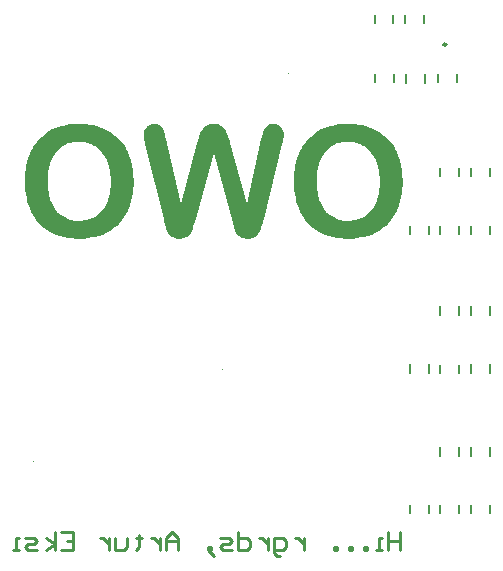
<source format=gbr>
%TF.GenerationSoftware,Altium Limited,Altium Designer,22.9.1 (49)*%
G04 Layer_Color=32896*
%FSLAX45Y45*%
%MOMM*%
%TF.SameCoordinates,EA90029D-DDF1-4691-B258-B80E594B725E*%
%TF.FilePolarity,Positive*%
%TF.FileFunction,Legend,Bot*%
%TF.Part,Single*%
G01*
G75*
%TA.AperFunction,NonConductor*%
%ADD53C,0.10000*%
%ADD54C,0.25000*%
%ADD55C,0.20000*%
%ADD56C,0.25400*%
G36*
X7145326Y7702159D02*
X7153792Y7700748D01*
X7163668Y7697926D01*
X7173545Y7692282D01*
X7184833Y7686638D01*
X7194710Y7678172D01*
X7196121Y7676761D01*
X7198943Y7673939D01*
X7203176Y7668295D01*
X7208819Y7661241D01*
X7213052Y7651364D01*
X7217285Y7641487D01*
X7220107Y7628788D01*
X7221518Y7616090D01*
Y7614679D01*
Y7610446D01*
X7220107Y7604802D01*
Y7594925D01*
X7217285Y7583637D01*
X7214463Y7569528D01*
X7211641Y7551185D01*
X7205998Y7531431D01*
X7049380Y6897906D01*
Y6895084D01*
X7046558Y6888029D01*
X7043736Y6876741D01*
X7040914Y6862631D01*
X7036681Y6847111D01*
X7031037Y6831590D01*
X7026805Y6816069D01*
X7022572Y6803371D01*
Y6801960D01*
X7021161Y6799138D01*
X7018339Y6793494D01*
X7014106Y6786439D01*
X7004229Y6769507D01*
X6995763Y6759631D01*
X6987297Y6751165D01*
X6985886Y6749754D01*
X6983065Y6748343D01*
X6977421Y6744110D01*
X6968955Y6741288D01*
X6959078Y6737055D01*
X6946379Y6732822D01*
X6932270Y6731411D01*
X6915338Y6730000D01*
X6908283D01*
X6899817Y6731411D01*
X6889940Y6732822D01*
X6878653Y6735644D01*
X6867365Y6738466D01*
X6856077Y6744110D01*
X6844789Y6751165D01*
X6843378Y6752576D01*
X6840557Y6755398D01*
X6836324Y6759631D01*
X6830680Y6765275D01*
X6817981Y6780795D01*
X6808104Y6799138D01*
Y6800549D01*
X6806693Y6804782D01*
X6803871Y6811837D01*
X6801049Y6821713D01*
X6796816Y6834412D01*
X6792584Y6851344D01*
X6786940Y6871097D01*
X6779885Y6893673D01*
X6627500Y7459472D01*
X6473704Y6893673D01*
X6472293Y6890851D01*
X6470882Y6883796D01*
X6466649Y6872508D01*
X6463828Y6858399D01*
X6453951Y6828768D01*
X6448307Y6814658D01*
X6444074Y6801960D01*
Y6800549D01*
X6442663Y6797727D01*
X6439841Y6792083D01*
X6435608Y6785028D01*
X6431375Y6776562D01*
X6424320Y6768096D01*
X6417266Y6759631D01*
X6407389Y6751165D01*
X6405978Y6749754D01*
X6403156Y6748343D01*
X6397512Y6744110D01*
X6389046Y6741288D01*
X6379169Y6737055D01*
X6367882Y6732822D01*
X6353772Y6731411D01*
X6338251Y6730000D01*
X6332607D01*
X6325552Y6731411D01*
X6317087D01*
X6298744Y6735644D01*
X6278990Y6742699D01*
X6277580D01*
X6274758Y6745521D01*
X6266292Y6752576D01*
X6253593Y6763864D01*
X6242305Y6779384D01*
Y6780795D01*
X6239483Y6783617D01*
X6238072Y6789261D01*
X6233839Y6794905D01*
X6231018Y6803371D01*
X6226785Y6813247D01*
X6219730Y6835823D01*
Y6837234D01*
X6218319Y6841467D01*
X6216908Y6848522D01*
X6214086Y6856988D01*
X6209853Y6876741D01*
X6204209Y6897906D01*
X6047591Y7531431D01*
Y7534253D01*
X6044769Y7541308D01*
X6043358Y7551185D01*
X6040536Y7563884D01*
X6036303Y7590692D01*
X6033481Y7604802D01*
Y7616089D01*
Y7617500D01*
Y7621733D01*
X6034892Y7628788D01*
X6036303Y7637254D01*
X6039125Y7647131D01*
X6044769Y7658419D01*
X6050413Y7668295D01*
X6058879Y7678172D01*
X6060290Y7679583D01*
X6063112Y7682405D01*
X6068756Y7686638D01*
X6075811Y7690871D01*
X6085687Y7695104D01*
X6096975Y7699337D01*
X6108263Y7702159D01*
X6122373Y7703570D01*
X6130838D01*
X6139304Y7702159D01*
X6150592Y7699337D01*
X6161880Y7695104D01*
X6173167Y7689460D01*
X6183044Y7680994D01*
X6191510Y7669706D01*
X6192921Y7668295D01*
X6194332Y7664062D01*
X6198565Y7655597D01*
X6202798Y7644309D01*
X6207031Y7631610D01*
X6212675Y7614678D01*
X6218319Y7594925D01*
X6223962Y7572349D01*
X6346717Y7023482D01*
X6484992Y7537075D01*
X6486403Y7539897D01*
X6487814Y7546952D01*
X6490636Y7556829D01*
X6494869Y7570938D01*
X6499102Y7585048D01*
X6503334Y7600569D01*
X6507567Y7614678D01*
X6511800Y7627377D01*
Y7628788D01*
X6514622Y7633021D01*
X6517444Y7638665D01*
X6521677Y7645720D01*
X6534376Y7662651D01*
X6551307Y7680994D01*
X6552718Y7682405D01*
X6556951Y7685227D01*
X6562595Y7688049D01*
X6571061Y7692282D01*
X6582349Y7696515D01*
X6595048Y7700748D01*
X6610568Y7702159D01*
X6627500Y7703570D01*
X6635966D01*
X6644431Y7702159D01*
X6654308Y7700748D01*
X6667007Y7697926D01*
X6679706Y7693693D01*
X6690993Y7688049D01*
X6702281Y7679583D01*
X6703692Y7678172D01*
X6706514Y7675350D01*
X6710747Y7671117D01*
X6716391Y7664062D01*
X6729090Y7647131D01*
X6734734Y7637254D01*
X6738966Y7627377D01*
Y7625966D01*
X6740377Y7621733D01*
X6743199Y7616089D01*
X6747432Y7606213D01*
X6750254Y7593514D01*
X6755898Y7577993D01*
X6761542Y7559651D01*
X6767186Y7537075D01*
X6906872Y7023482D01*
X7029626Y7572349D01*
Y7573760D01*
X7031037Y7579404D01*
X7033859Y7587870D01*
X7035270Y7597747D01*
X7040914Y7618911D01*
X7043736Y7630199D01*
X7046558Y7640076D01*
Y7641487D01*
X7047969Y7644309D01*
X7050791Y7648542D01*
X7053613Y7654186D01*
X7062079Y7668295D01*
X7074777Y7683816D01*
X7076188Y7685227D01*
X7079010Y7686638D01*
X7083243Y7689460D01*
X7088887Y7693693D01*
X7097353Y7697926D01*
X7107230Y7700748D01*
X7118517Y7702159D01*
X7131216Y7703570D01*
X7138271D01*
X7145326Y7702159D01*
D02*
G37*
G36*
X7785906Y7702159D02*
X7798605D01*
X7814126Y7700748D01*
X7831057Y7697926D01*
X7847989Y7696515D01*
X7887496Y7689460D01*
X7929825Y7678172D01*
X7972154Y7662652D01*
X7993319Y7654186D01*
X8013072Y7642898D01*
X8014483D01*
X8017305Y7640076D01*
X8022949Y7637254D01*
X8030004Y7631610D01*
X8039881Y7625966D01*
X8049758Y7618912D01*
X8072333Y7599158D01*
X8099142Y7575172D01*
X8124539Y7546952D01*
X8149936Y7513089D01*
X8172512Y7473582D01*
Y7472171D01*
X8175334Y7469349D01*
X8178156Y7462294D01*
X8180978Y7453828D01*
X8185211Y7443951D01*
X8189444Y7431253D01*
X8195088Y7417143D01*
X8200732Y7400211D01*
X8204965Y7383280D01*
X8210608Y7363526D01*
X8214841Y7342361D01*
X8219074Y7319786D01*
X8224718Y7270402D01*
X8227540Y7216785D01*
Y7215374D01*
Y7212552D01*
Y7206908D01*
Y7198443D01*
X8226129Y7188566D01*
Y7177278D01*
X8224718Y7164579D01*
X8223307Y7151881D01*
X8220485Y7120839D01*
X8214841Y7086976D01*
X8207786Y7053113D01*
X8197910Y7019249D01*
Y7017838D01*
X8196499Y7015016D01*
X8195088Y7010784D01*
X8192266Y7003729D01*
X8189444Y6996674D01*
X8185211Y6988208D01*
X8175334Y6967043D01*
X8162635Y6941646D01*
X8148526Y6916249D01*
X8130183Y6889440D01*
X8109019Y6864043D01*
X8106197Y6861221D01*
X8099142Y6852755D01*
X8086443Y6841467D01*
X8068100Y6827357D01*
X8046936Y6810426D01*
X8022949Y6794905D01*
X7994730Y6777973D01*
X7963689Y6763864D01*
X7962278D01*
X7959456Y6762453D01*
X7955223Y6761042D01*
X7948168Y6758220D01*
X7939702Y6755398D01*
X7931236Y6752576D01*
X7919949Y6749754D01*
X7907250Y6746932D01*
X7877620Y6741288D01*
X7843756Y6735644D01*
X7807071Y6731411D01*
X7766153Y6730001D01*
X7747810D01*
X7737933Y6731411D01*
X7726646D01*
X7713947Y6732822D01*
X7699837Y6734233D01*
X7670207Y6738466D01*
X7636344Y6745521D01*
X7602480Y6753987D01*
X7568617Y6765275D01*
X7567206D01*
X7564384Y6766686D01*
X7560151Y6769508D01*
X7554507Y6772330D01*
X7537576Y6779384D01*
X7517822Y6790672D01*
X7493836Y6804782D01*
X7469849Y6823125D01*
X7445863Y6842878D01*
X7421876Y6865454D01*
Y6866865D01*
X7419054Y6868276D01*
X7411999Y6876741D01*
X7402123Y6890851D01*
X7389424Y6909194D01*
X7375314Y6931769D01*
X7361204Y6958578D01*
X7347095Y6988208D01*
X7334396Y7020660D01*
Y7022071D01*
X7332985Y7024893D01*
X7331574Y7030537D01*
X7330163Y7036181D01*
X7327341Y7044647D01*
X7324519Y7055935D01*
X7321697Y7067222D01*
X7320286Y7079921D01*
X7314642Y7109551D01*
X7308999Y7143415D01*
X7306177Y7178689D01*
X7304766Y7218196D01*
Y7219607D01*
Y7222429D01*
Y7229484D01*
Y7236539D01*
X7306177Y7246416D01*
Y7257703D01*
X7307588Y7270402D01*
X7308999Y7284512D01*
X7311821Y7314142D01*
X7317464Y7348005D01*
X7325930Y7383280D01*
X7335807Y7417143D01*
Y7418554D01*
X7337218Y7421376D01*
X7338629Y7425609D01*
X7341451Y7432664D01*
X7344273Y7439718D01*
X7348506Y7449595D01*
X7358383Y7470760D01*
X7371081Y7494746D01*
X7386602Y7521555D01*
X7404944Y7546952D01*
X7424698Y7572350D01*
X7426109Y7573761D01*
X7427520Y7575172D01*
X7435986Y7582226D01*
X7447273Y7594925D01*
X7465616Y7609035D01*
X7485370Y7624555D01*
X7510767Y7640076D01*
X7537575Y7655597D01*
X7568617Y7669707D01*
X7570028D01*
X7572850Y7671117D01*
X7577083Y7672528D01*
X7584137Y7675350D01*
X7591192Y7678172D01*
X7601069Y7680994D01*
X7612357Y7683816D01*
X7625056Y7686638D01*
X7653275Y7692282D01*
X7687138Y7697926D01*
X7722413Y7702159D01*
X7761920Y7703570D01*
X7776029D01*
X7785906Y7702159D01*
D02*
G37*
G36*
X5508601Y7702158D02*
X5521299D01*
X5536820Y7700747D01*
X5553752Y7697925D01*
X5570683Y7696514D01*
X5610190Y7689460D01*
X5652520Y7678172D01*
X5694849Y7662651D01*
X5716013Y7654185D01*
X5735767Y7642898D01*
X5737178D01*
X5740000Y7640076D01*
X5745644Y7637254D01*
X5752698Y7631610D01*
X5762575Y7625966D01*
X5772452Y7618911D01*
X5795028Y7599158D01*
X5821836Y7575171D01*
X5847233Y7546952D01*
X5872631Y7513089D01*
X5895206Y7473581D01*
Y7472170D01*
X5898029Y7469349D01*
X5900851Y7462294D01*
X5903672Y7453828D01*
X5907905Y7443951D01*
X5912138Y7431252D01*
X5917782Y7417143D01*
X5923426Y7400211D01*
X5927659Y7383279D01*
X5933303Y7363526D01*
X5937536Y7342361D01*
X5941769Y7319786D01*
X5947413Y7270402D01*
X5950234Y7216785D01*
Y7215374D01*
Y7212552D01*
Y7206908D01*
Y7198442D01*
X5948824Y7188566D01*
Y7177278D01*
X5947413Y7164579D01*
X5946002Y7151880D01*
X5943180Y7120839D01*
X5937536Y7086976D01*
X5930481Y7053112D01*
X5920604Y7019249D01*
Y7017838D01*
X5919193Y7015016D01*
X5917782Y7010783D01*
X5914960Y7003728D01*
X5912138Y6996674D01*
X5907905Y6988208D01*
X5898029Y6967043D01*
X5885330Y6941646D01*
X5871220Y6916248D01*
X5852878Y6889440D01*
X5831713Y6864042D01*
X5828891Y6861220D01*
X5821836Y6852755D01*
X5809137Y6841467D01*
X5790795Y6827357D01*
X5769630Y6810426D01*
X5745644Y6794905D01*
X5717424Y6777973D01*
X5686383Y6763863D01*
X5684972D01*
X5682150Y6762452D01*
X5677917Y6761041D01*
X5670862Y6758219D01*
X5662397Y6755397D01*
X5653931Y6752576D01*
X5642643Y6749754D01*
X5629944Y6746932D01*
X5600314Y6741288D01*
X5566451Y6735644D01*
X5529765Y6731411D01*
X5488847Y6730000D01*
X5470505D01*
X5460628Y6731411D01*
X5449340D01*
X5436641Y6732822D01*
X5422532Y6734233D01*
X5392901Y6738466D01*
X5359038Y6745521D01*
X5325175Y6753986D01*
X5291311Y6765274D01*
X5289901D01*
X5287079Y6766685D01*
X5282846Y6769507D01*
X5277202Y6772329D01*
X5260270Y6779384D01*
X5240517Y6790672D01*
X5216530Y6804781D01*
X5192544Y6823124D01*
X5168557Y6842878D01*
X5144571Y6865453D01*
Y6866864D01*
X5141749Y6868275D01*
X5134694Y6876741D01*
X5124817Y6890851D01*
X5112118Y6909193D01*
X5098009Y6931769D01*
X5083899Y6958577D01*
X5069789Y6988208D01*
X5057090Y7020660D01*
Y7022071D01*
X5055679Y7024893D01*
X5054269Y7030537D01*
X5052858Y7036180D01*
X5050036Y7044646D01*
X5047214Y7055934D01*
X5044392Y7067222D01*
X5042981Y7079921D01*
X5037337Y7109551D01*
X5031693Y7143414D01*
X5028871Y7178688D01*
X5027460Y7218196D01*
Y7219607D01*
Y7222429D01*
Y7229483D01*
Y7236538D01*
X5028871Y7246415D01*
Y7257703D01*
X5030282Y7270402D01*
X5031693Y7284511D01*
X5034515Y7314142D01*
X5040159Y7348005D01*
X5048625Y7383279D01*
X5058501Y7417142D01*
Y7418553D01*
X5059912Y7421375D01*
X5061323Y7425608D01*
X5064145Y7432663D01*
X5066967Y7439718D01*
X5071200Y7449595D01*
X5081077Y7470759D01*
X5093775Y7494746D01*
X5109296Y7521554D01*
X5127639Y7546952D01*
X5147392Y7572349D01*
X5148803Y7573760D01*
X5150214Y7575171D01*
X5158680Y7582226D01*
X5169968Y7594925D01*
X5188310Y7609034D01*
X5208064Y7624555D01*
X5233461Y7640076D01*
X5260270Y7655596D01*
X5291311Y7669706D01*
X5292722D01*
X5295544Y7671117D01*
X5299777Y7672528D01*
X5306832Y7675350D01*
X5313887Y7678172D01*
X5323764Y7680994D01*
X5335051Y7683816D01*
X5347750Y7686638D01*
X5375969Y7692282D01*
X5409833Y7697925D01*
X5445107Y7702158D01*
X5484614Y7703569D01*
X5498724D01*
X5508601Y7702158D01*
D02*
G37*
%LPC*%
G36*
X7761920Y7552596D02*
X7752043D01*
X7742166Y7551185D01*
X7728056Y7549774D01*
X7711125Y7546952D01*
X7694193Y7542719D01*
X7674440Y7537075D01*
X7656097Y7530020D01*
X7654686Y7528610D01*
X7647631Y7525788D01*
X7639165Y7521555D01*
X7627878Y7514500D01*
X7615179Y7506034D01*
X7601069Y7494746D01*
X7586959Y7482048D01*
X7572850Y7467938D01*
X7571439Y7466527D01*
X7567206Y7460883D01*
X7560151Y7451006D01*
X7553096Y7439718D01*
X7544631Y7424198D01*
X7534754Y7405855D01*
X7526288Y7384691D01*
X7517822Y7362115D01*
X7516411Y7359293D01*
X7515000Y7350827D01*
X7512178Y7338129D01*
X7507945Y7319786D01*
X7503712Y7298621D01*
X7500891Y7274635D01*
X7499480Y7247827D01*
X7498069Y7218196D01*
Y7216785D01*
Y7213963D01*
Y7209730D01*
Y7204086D01*
X7499480Y7189977D01*
X7500891Y7170223D01*
X7502301Y7147648D01*
X7506534Y7123661D01*
X7510767Y7098264D01*
X7517822Y7072866D01*
X7519233Y7070044D01*
X7522055Y7061578D01*
X7526288Y7050291D01*
X7531932Y7034770D01*
X7540398Y7017838D01*
X7550274Y7000907D01*
X7561562Y6982564D01*
X7574261Y6965632D01*
X7575672Y6964222D01*
X7581316Y6958578D01*
X7588371Y6951523D01*
X7599658Y6941646D01*
X7612357Y6931769D01*
X7626467Y6920481D01*
X7643398Y6910605D01*
X7660330Y6902139D01*
X7663152Y6900728D01*
X7668796Y6899317D01*
X7678673Y6895084D01*
X7691371Y6892262D01*
X7706892Y6888029D01*
X7725235Y6883796D01*
X7743577Y6882385D01*
X7764742Y6880974D01*
X7777441D01*
X7791550Y6882385D01*
X7808482Y6885207D01*
X7829647Y6889440D01*
X7852222Y6896495D01*
X7876209Y6904961D01*
X7898784Y6916249D01*
X7900195D01*
X7901606Y6917660D01*
X7908661Y6923303D01*
X7919949Y6931769D01*
X7934058Y6944468D01*
X7949579Y6959989D01*
X7966511Y6979742D01*
X7983442Y7002318D01*
X7997552Y7029126D01*
Y7030537D01*
X7998963Y7033359D01*
X8000374Y7037592D01*
X8003196Y7043236D01*
X8006018Y7050291D01*
X8008840Y7060167D01*
X8013073Y7070044D01*
X8015895Y7081332D01*
X8022949Y7109551D01*
X8028593Y7142004D01*
X8032826Y7178689D01*
X8034237Y7218196D01*
Y7219607D01*
Y7222429D01*
Y7228073D01*
Y7235128D01*
X8032826Y7245005D01*
Y7254881D01*
X8030004Y7280279D01*
X8025771Y7308498D01*
X8020127Y7338129D01*
X8011662Y7367759D01*
X8000374Y7397389D01*
Y7398800D01*
X7998963Y7400211D01*
X7997552Y7404444D01*
X7994730Y7410088D01*
X7986264Y7424198D01*
X7976387Y7441129D01*
X7962278Y7459472D01*
X7945346Y7477815D01*
X7927003Y7496157D01*
X7904428Y7513089D01*
X7901606Y7514500D01*
X7893140Y7518733D01*
X7880441Y7525788D01*
X7863510Y7532842D01*
X7842345Y7539897D01*
X7818359Y7546952D01*
X7791550Y7551185D01*
X7761920Y7552596D01*
D02*
G37*
G36*
X5484614Y7552596D02*
X5474737D01*
X5464861Y7551185D01*
X5450751Y7549774D01*
X5433819Y7546952D01*
X5416888Y7542719D01*
X5397134Y7537075D01*
X5378791Y7530020D01*
X5377380Y7528609D01*
X5370326Y7525787D01*
X5361860Y7521554D01*
X5350572Y7514499D01*
X5337873Y7506034D01*
X5323764Y7494746D01*
X5309654Y7482047D01*
X5295544Y7467937D01*
X5294133Y7466526D01*
X5289901Y7460882D01*
X5282846Y7451006D01*
X5275791Y7439718D01*
X5267325Y7424197D01*
X5257448Y7405855D01*
X5248982Y7384690D01*
X5240517Y7362115D01*
X5239106Y7359293D01*
X5237695Y7350827D01*
X5234873Y7338128D01*
X5230640Y7319785D01*
X5226407Y7298621D01*
X5223585Y7274634D01*
X5222174Y7247826D01*
X5220763Y7218196D01*
Y7216785D01*
Y7213963D01*
Y7209730D01*
Y7204086D01*
X5222174Y7189976D01*
X5223585Y7170223D01*
X5224996Y7147647D01*
X5229229Y7123661D01*
X5233462Y7098263D01*
X5240517Y7072866D01*
X5241928Y7070044D01*
X5244749Y7061578D01*
X5248982Y7050290D01*
X5254626Y7034770D01*
X5263092Y7017838D01*
X5272969Y7000906D01*
X5284257Y6982564D01*
X5296955Y6965632D01*
X5298366Y6964221D01*
X5304010Y6958577D01*
X5311065Y6951522D01*
X5322353Y6941646D01*
X5335052Y6931769D01*
X5349161Y6920481D01*
X5366093Y6910604D01*
X5383025Y6902138D01*
X5385846Y6900727D01*
X5391490Y6899316D01*
X5401367Y6895083D01*
X5414066Y6892262D01*
X5429587Y6888029D01*
X5447929Y6883796D01*
X5466272Y6882385D01*
X5487436Y6880974D01*
X5500135D01*
X5514245Y6882385D01*
X5531176Y6885207D01*
X5552341Y6889440D01*
X5574916Y6896494D01*
X5598903Y6904960D01*
X5621478Y6916248D01*
X5622889D01*
X5624300Y6917659D01*
X5631355Y6923303D01*
X5642643Y6931769D01*
X5656753Y6944467D01*
X5672273Y6959988D01*
X5689205Y6979742D01*
X5706137Y7002317D01*
X5720246Y7029126D01*
Y7030537D01*
X5721657Y7033359D01*
X5723068Y7037591D01*
X5725890Y7043235D01*
X5728712Y7050290D01*
X5731534Y7060167D01*
X5735767Y7070044D01*
X5738589Y7081332D01*
X5745644Y7109551D01*
X5751288Y7142003D01*
X5755521Y7178689D01*
X5756932Y7218196D01*
Y7219607D01*
Y7222429D01*
Y7228073D01*
Y7235128D01*
X5755521Y7245004D01*
Y7254881D01*
X5752699Y7280278D01*
X5748466Y7308498D01*
X5742822Y7338128D01*
X5734356Y7367758D01*
X5723068Y7397389D01*
Y7398800D01*
X5721657Y7400211D01*
X5720246Y7404444D01*
X5717424Y7410088D01*
X5708959Y7424197D01*
X5699082Y7441129D01*
X5684972Y7459471D01*
X5668040Y7477814D01*
X5649698Y7496157D01*
X5627122Y7513088D01*
X5624300Y7514499D01*
X5615834Y7518732D01*
X5603136Y7525787D01*
X5586204Y7532842D01*
X5565039Y7539897D01*
X5541053Y7546952D01*
X5514244Y7551185D01*
X5484614Y7552596D01*
D02*
G37*
%LPD*%
D53*
X5961286Y5975859D02*
G03*
X5961286Y5975859I-5000J0D01*
G01*
X6703711Y5622077D02*
G03*
X6703711Y5622077I-5000J0D01*
G01*
X7266289Y8131285D02*
G03*
X7266289Y8131285I-5000J0D01*
G01*
X5101570Y4845274D02*
G03*
X5101570Y4845274I-5000J0D01*
G01*
D54*
X8597500Y8374502D02*
G03*
X8597500Y8374502I-12500J0D01*
G01*
D55*
X8808003Y5597276D02*
Y5667278D01*
X8968002Y5597276D02*
Y5667278D01*
X8287103Y5597276D02*
Y5667278D01*
X8447102Y5597276D02*
Y5667278D01*
X8547499Y5592267D02*
Y5662264D01*
X8707498Y5592267D02*
Y5662264D01*
Y6087704D02*
Y6157701D01*
X8547499Y6087704D02*
Y6157701D01*
X8707502Y4895428D02*
Y4965431D01*
X8547503Y4895428D02*
Y4965431D01*
Y4405004D02*
Y4475001D01*
X8707502Y4405004D02*
Y4475001D01*
X8967998Y4895428D02*
Y4965431D01*
X8807998Y4895428D02*
Y4965431D01*
X8967999Y6087704D02*
Y6157701D01*
X8807999Y6087704D02*
Y6157701D01*
X8807998Y4405004D02*
Y4475001D01*
X8967998Y4405004D02*
Y4475001D01*
X8287102Y4405004D02*
Y4475001D01*
X8447101Y4405004D02*
Y4475001D01*
X8287105Y6769411D02*
Y6839413D01*
X8447105Y6769411D02*
Y6839413D01*
X8807953Y7259839D02*
Y7329836D01*
X8967952Y7259839D02*
Y7329836D01*
X8547526Y7259839D02*
Y7329836D01*
X8707526Y7259839D02*
Y7329836D01*
X8807953Y6769411D02*
Y6839413D01*
X8967952Y6769411D02*
Y6839413D01*
X8547526Y6769411D02*
Y6839413D01*
X8707526Y6769411D02*
Y6839413D01*
X8152877Y8056575D02*
Y8126578D01*
X7992877Y8056575D02*
Y8126578D01*
X8413303Y8051566D02*
Y8121564D01*
X8253303Y8051566D02*
Y8121564D01*
X8683300Y8056575D02*
Y8126578D01*
X8523300Y8056575D02*
Y8126578D01*
X7989148Y8556579D02*
Y8626577D01*
X8149148Y8556579D02*
Y8626577D01*
X8249575Y8556579D02*
Y8626577D01*
X8409574Y8556579D02*
Y8626577D01*
D56*
X8207770Y4248534D02*
Y4096184D01*
Y4172359D01*
X8106203D01*
Y4248534D01*
Y4096184D01*
X8055419D02*
X8004636D01*
X8030027D01*
Y4197751D01*
X8055419D01*
X7928460Y4096184D02*
Y4121575D01*
X7903069D01*
Y4096184D01*
X7928460D01*
X7801502D02*
Y4121575D01*
X7776110D01*
Y4096184D01*
X7801502D01*
X7674543D02*
Y4121575D01*
X7649151D01*
Y4096184D01*
X7674543D01*
X7395233Y4197751D02*
Y4096184D01*
Y4146967D01*
X7369841Y4172359D01*
X7344450Y4197751D01*
X7319058D01*
X7192099Y4045400D02*
X7166707D01*
X7141315Y4070792D01*
Y4197751D01*
X7217491D01*
X7242882Y4172359D01*
Y4121575D01*
X7217491Y4096184D01*
X7141315D01*
X7090532Y4197751D02*
Y4096184D01*
Y4146967D01*
X7065140Y4172359D01*
X7039748Y4197751D01*
X7014356D01*
X6836614Y4248534D02*
Y4096184D01*
X6912789D01*
X6938181Y4121575D01*
Y4172359D01*
X6912789Y4197751D01*
X6836614D01*
X6785830Y4096184D02*
X6709655D01*
X6684263Y4121575D01*
X6709655Y4146967D01*
X6760438D01*
X6785830Y4172359D01*
X6760438Y4197751D01*
X6684263D01*
X6608088Y4070792D02*
X6582696Y4096184D01*
Y4121575D01*
X6608088D01*
Y4096184D01*
X6582696D01*
X6608088Y4070792D01*
X6633479Y4045400D01*
X6328778Y4096184D02*
Y4197751D01*
X6277995Y4248534D01*
X6227211Y4197751D01*
Y4096184D01*
Y4172359D01*
X6328778D01*
X6176427Y4197751D02*
Y4096184D01*
Y4146967D01*
X6151035Y4172359D01*
X6125644Y4197751D01*
X6100252D01*
X5998685Y4223142D02*
Y4197751D01*
X6024077D01*
X5973293D01*
X5998685D01*
Y4121575D01*
X5973293Y4096184D01*
X5897118Y4197751D02*
Y4121575D01*
X5871726Y4096184D01*
X5795551D01*
Y4197751D01*
X5744767D02*
Y4096184D01*
Y4146967D01*
X5719375Y4172359D01*
X5693984Y4197751D01*
X5668592D01*
X5338498Y4248534D02*
X5440066D01*
Y4096184D01*
X5338498D01*
X5440066Y4172359D02*
X5389282D01*
X5287715Y4096184D02*
Y4248534D01*
Y4146967D02*
X5211539Y4197751D01*
X5287715Y4146967D02*
X5211539Y4096184D01*
X5135364D02*
X5059189D01*
X5033797Y4121575D01*
X5059189Y4146967D01*
X5109972D01*
X5135364Y4172359D01*
X5109972Y4197751D01*
X5033797D01*
X4983013Y4096184D02*
X4932230D01*
X4957622D01*
Y4197751D01*
X4983013D01*
%TF.MD5,b621ae1a0eb374d201afb546b5f07ca2*%
M02*

</source>
